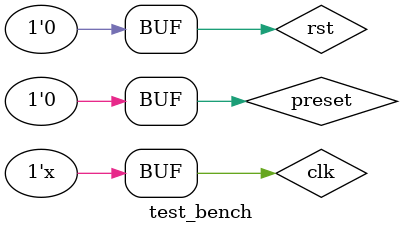
<source format=v>

module test_bench ;

 reg preset,clk,rst;
 wire q0,q1,q2,q3 ;
 
 always #40 clk = ~clk;
 
 ring_counter r1(clk,rst,preset,q0,q1,q2,q3);
 
 initial begin
  clk = 0;
  rst = 1;
  #40 rst = 0;
  preset = 1;
  #10 preset = 0;
 end
 
endmodule

</source>
